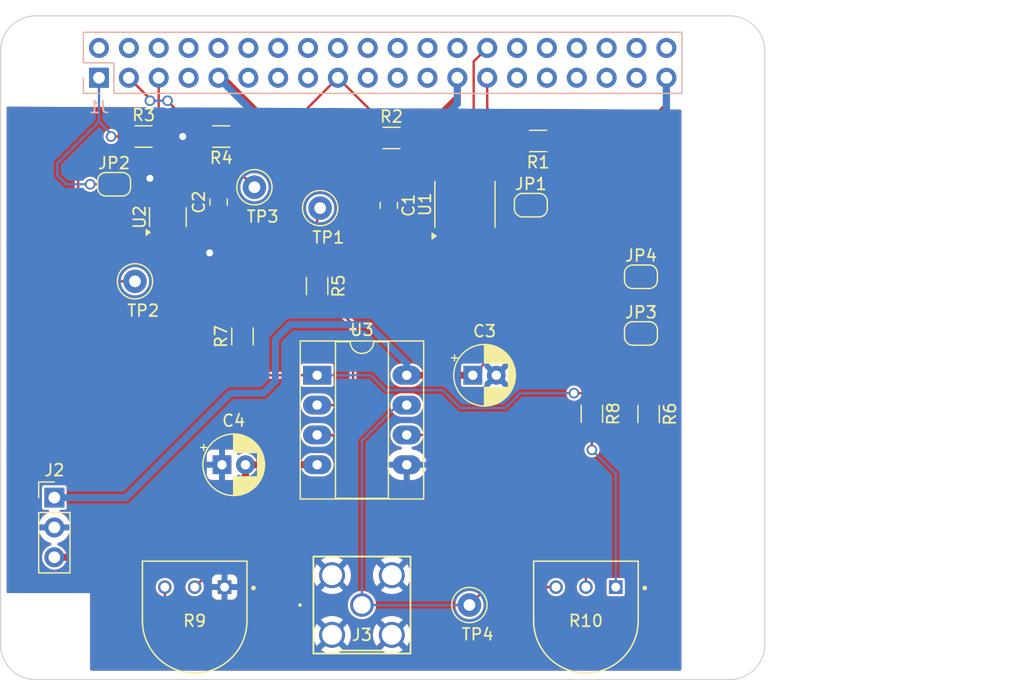
<source format=kicad_pcb>
(kicad_pcb (version 20240108) (generator "pcbnew") (generator_version "8.0")
  (title_block (date "15 nov 2012"))
  (layers (0 "F.Cu" signal) (31 "B.Cu" signal) (34 "B.Paste" user) (35 "F.Paste" user) (36 "B.SilkS" user "B.Silkscreen") (37 "F.SilkS" user "F.Silkscreen") (38 "B.Mask" user) (39 "F.Mask" user) (44 "Edge.Cuts" user))
  (net 0 "")
  (net 1 "GND")
  (net 2 "/GPIO2{slash}SDA1")
  (net 3 "/GPIO3{slash}SCL1")
  (net 4 "/GPIO4{slash}GPCLK0")
  (net 5 "/GPIO14{slash}TXD0")
  (net 6 "/GPIO15{slash}RXD0")
  (net 7 "/GPIO17")
  (net 8 "/GPIO18{slash}PCM.CLK")
  (net 9 "/GPIO27")
  (net 10 "/GPIO22")
  (net 11 "/GPIO23")
  (net 12 "/GPIO24")
  (net 13 "/GPIO10{slash}SPI0.MOSI")
  (net 14 "/GPIO9{slash}SPI0.MISO")
  (net 15 "/GPIO25")
  (net 16 "/GPIO11{slash}SPI0.SCLK")
  (net 17 "/GPIO8{slash}SPI0.CE0")
  (net 18 "/GPIO7{slash}SPI0.CE1")
  (net 19 "/ID_SDA")
  (net 20 "/ID_SCL")
  (net 21 "/GPIO5")
  (net 22 "/GPIO6")
  (net 23 "/GPIO12{slash}PWM0")
  (net 24 "/GPIO13{slash}PWM1")
  (net 25 "/GPIO19{slash}PCM.FS")
  (net 26 "/GPIO16")
  (net 27 "/GPIO26")
  (net 28 "/GPIO20{slash}PCM.DIN")
  (net 29 "/GPIO21{slash}PCM.DOUT")
  (net 30 "+5V")
  (net 31 "+3V3")
  (net 32 "+12V")
  (net 33 "-12V")
  (net 34 "Net-(J3-SIGNAL)")
  (net 35 "Net-(JP1-A)")
  (net 36 "Net-(JP2-B)")
  (net 37 "Net-(JP3-B)")
  (net 38 "/amplifier/Input")
  (net 39 "Net-(U3A--)")
  (net 40 "Net-(R6-Pad2)")
  (net 41 "Net-(R7-Pad1)")
  (net 42 "Net-(R10-Pad1)")
  (net 43 "Net-(U3A-+)")
  (net 44 "Net-(U3B--)")
  (footprint "Resistor_SMD:R_1206_3216Metric_Pad1.30x1.75mm_HandSolder" (layer "F.Cu") (at 155.118 77.394 -90)
    (property "Reference" "R6" (at 0 -1.82 90) (layer "F.SilkS"))
    (property "Value" "100")
    (pad "1" smd roundrect (at -1.55 0 270) (size 1.3 1.75) (layers "F.Cu" "F.Paste" "F.Mask") (roundrect_rratio 0.192308) (net 37 "Net-(JP3-B)"))
    (pad "2" smd roundrect (at 1.55 0 270) (size 1.3 1.75) (layers "F.Cu" "F.Paste" "F.Mask") (roundrect_rratio 0.192308) (net 40 "Net-(R6-Pad2)"))
  )
  (footprint "MountingHole:MountingHole_2.7mm_M2.5" (layer "F.Cu") (at 161.5 47.5)
    (property "Reference" "MH2" (hide yes))
    (property "Value" "MountingHole_2.7mm_M2.5" (hide yes))
    (pad "" np_thru_hole circle (at 0 0) (size 2.7 2.7) (drill 2.7) (layers "*.Cu" "*.Mask"))
  )
  (footprint "Resistor_SMD:R_1206_3216Metric_Pad1.30x1.75mm_HandSolder" (layer "F.Cu") (at 120.574 70.79 90)
    (property "Reference" "R7" (at 0 -1.82 -90) (layer "F.SilkS"))
    (property "Value" "100k")
    (pad "1" smd roundrect (at -1.55 0 90) (size 1.3 1.75) (layers "F.Cu" "F.Paste" "F.Mask") (roundrect_rratio 0.192308) (net 41 "Net-(R7-Pad1)"))
    (pad "2" smd roundrect (at 1.55 0 90) (size 1.3 1.75) (layers "F.Cu" "F.Paste" "F.Mask") (roundrect_rratio 0.192308) (net 39 "Net-(U3A--)"))
  )
  (footprint "Resistor_SMD:R_1206_3216Metric_Pad1.30x1.75mm_HandSolder" (layer "F.Cu") (at 133.248 53.896)
    (property "Reference" "R2" (at 0 -1.82 0) (layer "F.SilkS"))
    (property "Value" "3.9k")
    (pad "1" smd roundrect (at -1.55 0) (size 1.3 1.75) (layers "F.Cu" "F.Paste" "F.Mask") (roundrect_rratio 0.192308) (net 31 "+3V3"))
    (pad "2" smd roundrect (at 1.55 0) (size 1.3 1.75) (layers "F.Cu" "F.Paste" "F.Mask") (roundrect_rratio 0.192308) (net 20 "/ID_SCL"))
  )
  (footprint "Jumper:SolderJumper-2_P1.3mm_Open_RoundedPad1.0x1.5mm" (layer "F.Cu") (at 109.652 57.836)
    (property "Reference" "JP2" (at 0 -1.8 0) (layer "F.SilkS"))
    (property "Value" "ID_WP")
    (pad "1" smd custom (at -0.65 0) (size 1 0.5) (layers "F.Cu" "F.Mask") (net 31 "+3V3") (options (clearance outline) (anchor rect)) (primitives (gr_circle (center 0 0.25) (end 0.5 0.25) (width 0) (fill yes)) (gr_circle (center 0 -0.25) (end 0.5 -0.25) (width 0) (fill yes)) (gr_poly (pts (xy 0.5 0.75) (xy 0 0.75) (xy 0 -0.75) (xy 0.5 -0.75)) (width 0) (fill yes))))
    (pad "2" smd custom (at 0.65 0) (size 1 0.5) (layers "F.Cu" "F.Mask") (net 36 "Net-(JP2-B)") (options (clearance outline) (anchor rect)) (primitives (gr_circle (center 0 0.25) (end 0.5 0.25) (width 0) (fill yes)) (gr_circle (center 0 -0.25) (end 0.5 -0.25) (width 0) (fill yes)) (gr_poly (pts (xy 0 0.75) (xy -0.5 0.75) (xy -0.5 -0.75) (xy 0 -0.75)) (width 0) (fill yes))))
  )
  (footprint "Package_SO:SOIC-8_3.9x4.9mm_P1.27mm" (layer "F.Cu") (at 139.497 59.549 90)
    (property "Reference" "U1" (at 0 -3.4 -90) (layer "F.SilkS"))
    (property "Value" "CAT24C256")
    (pad "1" smd roundrect (at -2.475 -1.905 90) (size 1.95 0.6) (layers "F.Cu" "F.Paste" "F.Mask"))
    (pad "2" smd roundrect (at -2.475 -0.635 90) (size 1.95 0.6) (layers "F.Cu" "F.Paste" "F.Mask"))
    (pad "3" smd roundrect (at -2.475 0.635 90) (size 1.95 0.6) (layers "F.Cu" "F.Paste" "F.Mask"))
    (pad "4" smd roundrect (at -2.475 1.905 90) (size 1.95 0.6) (layers "F.Cu" "F.Paste" "F.Mask") (net 1 "GND"))
    (pad "5" smd roundrect (at 2.475 1.905 90) (size 1.95 0.6) (layers "F.Cu" "F.Paste" "F.Mask") (net 19 "/ID_SDA"))
    (pad "6" smd roundrect (at 2.475 0.635 90) (size 1.95 0.6) (layers "F.Cu" "F.Paste" "F.Mask") (net 20 "/ID_SCL"))
    (pad "7" smd roundrect (at 2.475 -0.635 90) (size 1.95 0.6) (layers "F.Cu" "F.Paste" "F.Mask") (net 35 "Net-(JP1-A)"))
    (pad "8" smd roundrect (at 2.475 -1.905 90) (size 1.95 0.6) (layers "F.Cu" "F.Paste" "F.Mask") (net 31 "+3V3"))
  )
  (footprint "TestPoint:TestPoint_Loop_D2.50mm_Drill1.0mm" (layer "F.Cu") (at 121.59 58.09)
    (property "Reference" "TP3" (at 0.7 2.5 0) (layer "F.SilkS"))
    (property "Value" "SDA")
    (pad "1" thru_hole circle (at 0 0) (size 2 2) (drill 1) (layers "*.Cu" "*.Mask") (net 2 "/GPIO2{slash}SDA1"))
  )
  (footprint "Jumper:SolderJumper-2_P1.3mm_Open_RoundedPad1.0x1.5mm" (layer "F.Cu") (at 154.468 65.71)
    (property "Reference" "JP4" (at 0 -1.8 0) (layer "F.SilkS"))
    (property "Value" "ID_WP")
    (pad "1" smd custom (at -0.65 0) (size 1 0.5) (layers "F.Cu" "F.Mask") (net 31 "+3V3") (options (clearance outline) (anchor rect)) (primitives (gr_circle (center 0 0.25) (end 0.5 0.25) (width 0) (fill yes)) (gr_circle (center 0 -0.25) (end 0.5 -0.25) (width 0) (fill yes)) (gr_poly (pts (xy 0.5 0.75) (xy 0 0.75) (xy 0 -0.75) (xy 0.5 -0.75)) (width 0) (fill yes))))
    (pad "2" smd custom (at 0.65 0) (size 1 0.5) (layers "F.Cu" "F.Mask") (net 37 "Net-(JP3-B)") (options (clearance outline) (anchor rect)) (primitives (gr_circle (center 0 0.25) (end 0.5 0.25) (width 0) (fill yes)) (gr_circle (center 0 -0.25) (end 0.5 -0.25) (width 0) (fill yes)) (gr_poly (pts (xy 0 0.75) (xy -0.5 0.75) (xy -0.5 -0.75) (xy 0 -0.75)) (width 0) (fill yes))))
  )
  (footprint "Capacitor_SMD:C_0805_2012Metric_Pad1.18x1.45mm_HandSolder" (layer "F.Cu") (at 118.542 59.36 90)
    (property "Reference" "C2" (at 0 -1.68 -90) (layer "F.SilkS"))
    (property "Value" "100n")
    (pad "1" smd roundrect (at -1.0375 0 90) (size 1.175 1.45) (layers "F.Cu" "F.Paste" "F.Mask") (roundrect_rratio 0.212766) (net 31 "+3V3"))
    (pad "2" smd roundrect (at 1.0375 0 90) (size 1.175 1.45) (layers "F.Cu" "F.Paste" "F.Mask") (roundrect_rratio 0.212766) (net 1 "GND"))
  )
  (footprint "Resistor_SMD:R_1206_3216Metric_Pad1.30x1.75mm_HandSolder" (layer "F.Cu") (at 112.166 53.772)
    (property "Reference" "R3" (at 0 -1.82 0) (layer "F.SilkS"))
    (property "Value" "3.9k")
    (pad "1" smd roundrect (at -1.55 0) (size 1.3 1.75) (layers "F.Cu" "F.Paste" "F.Mask") (roundrect_rratio 0.192308) (net 31 "+3V3"))
    (pad "2" smd roundrect (at 1.55 0) (size 1.3 1.75) (layers "F.Cu" "F.Paste" "F.Mask") (roundrect_rratio 0.192308) (net 3 "/GPIO3{slash}SCL1"))
  )
  (footprint "gos:TRIM_3352T-1-102LF" (layer "F.Cu") (at 149.784 94.996 180)
    (property "Reference" "R10" (at 0 0 180) (layer "F.SilkS"))
    (property "Value" "47k")
    (pad "1" thru_hole rect (at -2.54 2.87 180) (size 1.16 1.16) (drill 0.76) (layers "*.Cu" "*.Mask") (net 42 "Net-(R10-Pad1)"))
    (pad "2" thru_hole circle (at 0 2.87 180) (size 1.16 1.16) (drill 0.76) (layers "*.Cu" "*.Mask") (net 44 "Net-(U3B--)"))
    (pad "3" thru_hole circle (at 2.54 2.87 180) (size 1.16 1.16) (drill 0.76) (layers "*.Cu" "*.Mask") (net 34 "Net-(J3-SIGNAL)"))
  )
  (footprint "Resistor_SMD:R_1206_3216Metric_Pad1.30x1.75mm_HandSolder" (layer "F.Cu") (at 150.292 77.368 -90)
    (property "Reference" "R8" (at 0 -1.82 90) (layer "F.SilkS"))
    (property "Value" "12k")
    (pad "1" smd roundrect (at -1.55 0 270) (size 1.3 1.75) (layers "F.Cu" "F.Paste" "F.Mask") (roundrect_rratio 0.192308) (net 41 "Net-(R7-Pad1)"))
    (pad "2" smd roundrect (at 1.55 0 270) (size 1.3 1.75) (layers "F.Cu" "F.Paste" "F.Mask") (roundrect_rratio 0.192308) (net 42 "Net-(R10-Pad1)"))
  )
  (footprint "Capacitor_THT:CP_Radial_D5.0mm_P2.00mm" (layer "F.Cu") (at 140.164 74.092)
    (property "Reference" "C3" (at 1 -3.75 0) (layer "F.SilkS"))
    (property "Value" "0.1uF")
    (pad "1" thru_hole rect (at 0 0) (size 1.6 1.6) (drill 0.8) (layers "*.Cu" "*.Mask") (net 32 "+12V"))
    (pad "2" thru_hole circle (at 2 0) (size 1.6 1.6) (drill 0.8) (layers "*.Cu" "*.Mask") (net 1 "GND"))
  )
  (footprint "TestPoint:TestPoint_Loop_D2.50mm_Drill1.0mm" (layer "F.Cu") (at 139.878 93.65)
    (property "Reference" "TP4" (at 0.7 2.5 0) (layer "F.SilkS"))
    (property "Value" "SDA")
    (pad "1" thru_hole circle (at 0 0) (size 2 2) (drill 1) (layers "*.Cu" "*.Mask") (net 34 "Net-(J3-SIGNAL)"))
  )
  (footprint "MountingHole:MountingHole_2.7mm_M2.5" (layer "F.Cu") (at 103.5 96.5)
    (property "Reference" "MH3" (hide yes))
    (property "Value" "MountingHole_2.7mm_M2.5" (hide yes))
    (pad "" np_thru_hole circle (at 0 0) (size 2.7 2.7) (drill 2.7) (layers "*.Cu" "*.Mask"))
  )
  (footprint "MountingHole:MountingHole_2.7mm_M2.5" (layer "F.Cu") (at 103.5 47.5)
    (property "Reference" "MH1" (hide yes))
    (property "Value" "MountingHole_2.7mm_M2.5" (hide yes))
    (pad "" np_thru_hole circle (at 0 0) (size 2.7 2.7) (drill 2.7) (layers "*.Cu" "*.Mask"))
  )
  (footprint "Capacitor_THT:CP_Radial_D5.0mm_P2.00mm" (layer "F.Cu") (at 118.828 81.712)
    (property "Reference" "C4" (at 1 -3.75 0) (layer "F.SilkS"))
    (property "Value" "0.1uF")
    (pad "1" thru_hole rect (at 0 0) (size 1.6 1.6) (drill 0.8) (layers "*.Cu" "*.Mask") (net 1 "GND"))
    (pad "2" thru_hole circle (at 2 0) (size 1.6 1.6) (drill 0.8) (layers "*.Cu" "*.Mask") (net 33 "-12V"))
  )
  (footprint "Package_DIP:CERDIP-8_W7.62mm_SideBrazed_LongPads_Socket" (layer "F.Cu") (at 126.924 74.092)
    (property "Reference" "U3" (at 3.81 -3.855 0) (layer "F.SilkS"))
    (property "Value" "LM358")
    (pad "1" thru_hole rect (at 0 0) (size 2.4 1.6) (drill 0.8) (layers "*.Cu" "*.Mask") (net 41 "Net-(R7-Pad1)"))
    (pad "2" thru_hole oval (at 0 2.54) (size 2.4 1.6) (drill 0.8) (layers "*.Cu" "*.Mask") (net 39 "Net-(U3A--)"))
    (pad "3" thru_hole oval (at 0 5.08) (size 2.4 1.6) (drill 0.8) (layers "*.Cu" "*.Mask") (net 43 "Net-(U3A-+)"))
    (pad "4" thru_hole oval (at 0 7.62) (size 2.4 1.6) (drill 0.8) (layers "*.Cu" "*.Mask") (net 33 "-12V"))
    (pad "5" thru_hole oval (at 7.62 7.62) (size 2.4 1.6) (drill 0.8) (layers "*.Cu" "*.Mask") (net 1 "GND"))
    (pad "6" thru_hole oval (at 7.62 5.08) (size 2.4 1.6) (drill 0.8) (layers "*.Cu" "*.Mask") (net 44 "Net-(U3B--)"))
    (pad "7" thru_hole oval (at 7.62 2.54) (size 2.4 1.6) (drill 0.8) (layers "*.Cu" "*.Mask") (net 34 "Net-(J3-SIGNAL)"))
    (pad "8" thru_hole oval (at 7.62 0) (size 2.4 1.6) (drill 0.8) (layers "*.Cu" "*.Mask") (net 32 "+12V"))
  )
  (footprint "Resistor_SMD:R_1206_3216Metric_Pad1.30x1.75mm_HandSolder" (layer "F.Cu") (at 126.924 66.498 -90)
    (property "Reference" "R5" (at 0 -1.82 90) (layer "F.SilkS"))
    (property "Value" "100k")
    (pad "1" smd roundrect (at -1.55 0 270) (size 1.3 1.75) (layers "F.Cu" "F.Paste" "F.Mask") (roundrect_rratio 0.192308) (net 38 "/amplifier/Input"))
    (pad "2" smd roundrect (at 1.55 0 270) (size 1.3 1.75) (layers "F.Cu" "F.Paste" "F.Mask") (roundrect_rratio 0.192308) (net 39 "Net-(U3A--)"))
  )
  (footprint "Package_TO_SOT_SMD:SOT-23-6" (layer "F.Cu") (at 114.224 60.63 90)
    (property "Reference" "U2" (at 0 -2.4 -90) (layer "F.SilkS"))
    (property "Value" "MCP4725xxx-xCH")
    (pad "1" smd roundrect (at -1.1375 -0.95 90) (size 1.325 0.6) (layers "F.Cu" "F.Paste" "F.Mask") (net 38 "/amplifier/Input"))
    (pad "2" smd roundrect (at -1.1375 0 90) (size 1.325 0.6) (layers "F.Cu" "F.Paste" "F.Mask") (net 1 "GND"))
    (pad "3" smd roundrect (at -1.1375 0.95 90) (size 1.325 0.6) (layers "F.Cu" "F.Paste" "F.Mask") (net 31 "+3V3"))
    (pad "4" smd roundrect (at 1.1375 0.95 90) (size 1.325 0.6) (layers "F.Cu" "F.Paste" "F.Mask") (net 2 "/GPIO2{slash}SDA1"))
    (pad "5" smd roundrect (at 1.1375 0 90) (size 1.325 0.6) (layers "F.Cu" "F.Paste" "F.Mask") (net 3 "/GPIO3{slash}SCL1"))
    (pad "6" smd roundrect (at 1.1375 -0.95 90) (size 1.325 0.6) (layers "F.Cu" "F.Paste" "F.Mask") (net 36 "Net-(JP2-B)"))
  )
  (footprint "gos:TRIM_3352T-1-102LF" (layer "F.Cu") (at 116.51 94.996 180)
    (property "Reference" "R9" (at 0 0 180) (layer "F.SilkS"))
    (property "Value" "1k")
    (pad "1" thru_hole rect (at -2.54 2.87 180) (size 1.16 1.16) (drill 0.76) (layers "*.Cu" "*.Mask") (net 1 "GND"))
    (pad "2" thru_hole circle (at 0 2.87 180) (size 1.16 1.16) (drill 0.76) (layers "*.Cu" "*.Mask") (net 43 "Net-(U3A-+)"))
    (pad "3" thru_hole circle (at 2.54 2.87 180) (size 1.16 1.16) (drill 0.76) (layers "*.Cu" "*.Mask") (net 40 "Net-(R6-Pad2)"))
  )
  (footprint "TestPoint:TestPoint_Loop_D2.50mm_Drill1.0mm" (layer "F.Cu") (at 111.43 66.0965)
    (property "Reference" "TP2" (at 0.7 2.5 0) (layer "F.SilkS"))
    (property "Value" "SCL")
    (pad "1" thru_hole circle (at 0 0) (size 2 2) (drill 1) (layers "*.Cu" "*.Mask") (net 3 "/GPIO3{slash}SCL1"))
  )
  (footprint "Jumper:SolderJumper-2_P1.3mm_Open_RoundedPad1.0x1.5mm" (layer "F.Cu") (at 154.468 70.536)
    (property "Reference" "JP3" (at 0 -1.8 0) (layer "F.SilkS"))
    (property "Value" "ID_WP")
    (pad "1" smd custom (at -0.65 0) (size 1 0.5) (layers "F.Cu" "F.Mask") (net 32 "+12V") (options (clearance outline) (anchor rect)) (primitives (gr_circle (center 0 0.25) (end 0.5 0.25) (width 0) (fill yes)) (gr_circle (center 0 -0.25) (end 0.5 -0.25) (width 0) (fill yes)) (gr_poly (pts (xy 0.5 0.75) (xy 0 0.75) (xy 0 -0.75) (xy 0.5 -0.75)) (width 0) (fill yes))))
    (pad "2" smd custom (at 0.65 0) (size 1 0.5) (layers "F.Cu" "F.Mask") (net 37 "Net-(JP3-B)") (options (clearance outline) (anchor rect)) (primitives (gr_circle (center 0 0.25) (end 0.5 0.25) (width 0) (fill yes)) (gr_circle (center 0 -0.25) (end 0.5 -0.25) (width 0) (fill yes)) (gr_poly (pts (xy 0 0.75) (xy -0.5 0.75) (xy -0.5 -0.75) (xy 0 -0.75)) (width 0) (fill yes))))
  )
  (footprint "MountingHole:MountingHole_2.7mm_M2.5" (layer "F.Cu") (at 161.5 96.5)
    (property "Reference" "MH4" (hide yes))
    (property "Value" "MountingHole_2.7mm_M2.5" (hide yes))
    (pad "" np_thru_hole circle (at 0 0) (size 2.7 2.7) (drill 2.7) (layers "*.Cu" "*.Mask"))
  )
  (footprint "gos:COAX4GND_132203RP_AMP" (layer "F.Cu") (at 130.734 93.65 180)
    (property "Reference" "J3" (at 0 -2.54 0) (layer "F.SilkS"))
    (property "Value" "132203RP")
    (pad "1" thru_hole circle (at 0 0 180) (size 2.0066 2.0066) (drill 1.4986) (layers "*.Cu" "*.Mask") (net 34 "Net-(J3-SIGNAL)"))
    (pad "2" thru_hole circle (at -2.54 -2.54 180) (size 2.2098 2.2098) (drill 1.7018) (layers "*.Cu" "*.Mask") (net 1 "GND"))
    (pad "3" thru_hole circle (at -2.54 2.54 180) (size 2.2098 2.2098) (drill 1.7018) (layers "*.Cu" "*.Mask") (net 1 "GND"))
    (pad "4" thru_hole circle (at 2.54 2.54 180) (size 2.2098 2.2098) (drill 1.7018) (layers "*.Cu" "*.Mask") (net 1 "GND"))
    (pad "5" thru_hole circle (at 2.54 -2.54 180) (size 2.2098 2.2098) (drill 1.7018) (layers "*.Cu" "*.Mask") (net 1 "GND"))
  )
  (footprint "Connector_PinHeader_2.54mm:PinHeader_1x03_P2.54mm_Vertical" (layer "F.Cu") (at 104.572 84.506)
    (property "Reference" "J2" (at 0 -2.33 0) (layer "F.SilkS"))
    (property "Value" "Power")
    (pad "1" thru_hole rect (at 0 0) (size 1.7 1.7) (drill 1) (layers "*.Cu" "*.Mask") (net 32 "+12V"))
    (pad "2" thru_hole oval (at 0 2.54) (size 1.7 1.7) (drill 1) (layers "*.Cu" "*.Mask") (net 1 "GND"))
    (pad "3" thru_hole oval (at 0 5.08) (size 1.7 1.7) (drill 1) (layers "*.Cu" "*.Mask") (net 33 "-12V"))
  )
  (footprint "Resistor_SMD:R_1206_3216Metric_Pad1.30x1.75mm_HandSolder" (layer "F.Cu") (at 118.77 53.772 180)
    (property "Reference" "R4" (at 0 -1.82 180) (layer "F.SilkS"))
    (property "Value" "3.9k")
    (pad "1" smd roundrect (at -1.55 0 180) (size 1.3 1.75) (layers "F.Cu" "F.Paste" "F.Mask") (roundrect_rratio 0.192308) (net 31 "+3V3"))
    (pad "2" smd roundrect (at 1.55 0 180) (size 1.3 1.75) (layers "F.Cu" "F.Paste" "F.Mask") (roundrect_rratio 0.192308) (net 2 "/GPIO2{slash}SDA1"))
  )
  (footprint "Jumper:SolderJumper-2_P1.3mm_Open_RoundedPad1.0x1.5mm" (layer "F.Cu") (at 145.1 59.614)
    (property "Reference" "JP1" (at 0 -1.8 0) (layer "F.SilkS"))
    (property "Value" "ID_WP")
    (pad "1" smd custom (at -0.65 0) (size 1 0.5) (layers "F.Cu" "F.Mask") (net 35 "Net-(JP1-A)") (options (clearance outline) (anchor rect)) (primitives (gr_circle (center 0 0.25) (end 0.5 0.25) (width 0) (fill yes)) (gr_circle (center 0 -0.25) (end 0.5 -0.25) (width 0) (fill yes)) (gr_poly (pts (xy 0.5 0.75) (xy 0 0.75) (xy 0 -0.75) (xy 0.5 -0.75)) (width 0) (fill yes))))
    (pad "2" smd custom (at 0.65 0) (size 1 0.5) (layers "F.Cu" "F.Mask") (net 31 "+3V3") (options (clearance outline) (anchor rect)) (primitives (gr_circle (center 0 0.25) (end 0.5 0.25) (width 0) (fill yes)) (gr_circle (center 0 -0.25) (end 0.5 -0.25) (width 0) (fill yes)) (gr_poly (pts (xy 0 0.75) (xy -0.5 0.75) (xy -0.5 -0.75) (xy 0 -0.75)) (width 0) (fill yes))))
  )
  (footprint "Resistor_SMD:R_1206_3216Metric_Pad1.30x1.75mm_HandSolder" (layer "F.Cu") (at 145.72 54.15 180)
    (property "Reference" "R1" (at 0 -1.82 180) (layer "F.SilkS"))
    (property "Value" "3.9k")
    (pad "1" smd roundrect (at -1.55 0 180) (size 1.3 1.75) (layers "F.Cu" "F.Paste" "F.Mask") (roundrect_rratio 0.192308) (net 31 "+3V3"))
    (pad "2" smd roundrect (at 1.55 0 180) (size 1.3 1.75) (layers "F.Cu" "F.Paste" "F.Mask") (roundrect_rratio 0.192308) (net 19 "/ID_SDA"))
  )
  (footprint "TestPoint:TestPoint_Loop_D2.50mm_Drill1.0mm" (layer "F.Cu") (at 127.178 59.868)
    (property "Reference" "TP1" (at 0.7 2.5 0) (layer "F.SilkS"))
    (property "Value" "Analog")
    (pad "1" thru_hole circle (at 0 0) (size 2 2) (drill 1) (layers "*.Cu" "*.Mask") (net 38 "/amplifier/Input"))
  )
  (footprint "Capacitor_SMD:C_0805_2012Metric_Pad1.18x1.45mm_HandSolder" (layer "F.Cu") (at 133.02 59.6355 -90)
    (property "Reference" "C1" (at 0 -1.68 90) (layer "F.SilkS"))
    (property "Value" "100n")
    (pad "1" smd roundrect (at -1.0375 0 270) (size 1.175 1.45) (layers "F.Cu" "F.Paste" "F.Mask") (roundrect_rratio 0.212766) (net 31 "+3V3"))
    (pad "2" smd roundrect (at 1.0375 0 270) (size 1.175 1.45) (layers "F.Cu" "F.Paste" "F.Mask") (roundrect_rratio 0.212766) (net 1 "GND"))
  )
  (footprint "Connector_PinSocket_2.54mm:PinSocket_2x20_P2.54mm_Vertical" (layer "B.Cu") (at 108.37 48.77 -90)
    (property "Reference" "J1" (at 2.5 0 0) (layer "B.SilkS") (effects (justify mirror)))
    (property "Value" "GPIO")
    (pad "1" thru_hole rect (at 0 0 270) (size 1.7 1.7) (drill 1) (layers "*.Cu" "*.Mask") (net 31 "+3V3"))
    (pad "2" thru_hole oval (at -2.54 0 270) (size 1.7 1.7) (drill 1) (layers "*.Cu" "*.Mask") (net 30 "+5V"))
    (pad "3" thru_hole oval (at 0 -2.54 270) (size 1.7 1.7) (drill 1) (layers "*.Cu" "*.Mask") (net 2 "/GPIO2{slash}SDA1"))
    (pad "4" thru_hole oval (at -2.54 -2.54 270) (size 1.7 1.7) (drill 1) (layers "*.Cu" "*.Mask") (net 30 "+5V"))
    (pad "5" thru_hole oval (at 0 -5.08 270) (size 1.7 1.7) (drill 1) (layers "*.Cu" "*.Mask") (net 3 "/GPIO3{slash}SCL1"))
    (pad "6" thru_hole oval (at -2.54 -5.08 270) (size 1.7 1.7) (drill 1) (layers "*.Cu" "*.Mask") (net 1 "GND"))
    (pad "7" thru_hole oval (at 0 -7.62 270) (size 1.7 1.7) (drill 1) (layers "*.Cu" "*.Mask") (net 4 "/GPIO4{slash}GPCLK0"))
    (pad "8" thru_hole oval (at -2.54 -7.62 270) (size 1.7 1.7) (drill 1) (layers "*.Cu" "*.Mask") (net 5 "/GPIO14{slash}TXD0"))
    (pad "9" thru_hole oval (at 0 -10.16 270) (size 1.7 1.7) (drill 1) (layers "*.Cu" "*.Mask") (net 1 "GND"))
    (pad "10" thru_hole oval (at -2.54 -10.16 270) (size 1.7 1.7) (drill 1) (layers "*.Cu" "*.Mask") (net 6 "/GPIO15{slash}RXD0"))
    (pad "11" thru_hole oval (at 0 -12.7 270) (size 1.7 1.7) (drill 1) (layers "*.Cu" "*.Mask") (net 7 "/GPIO17"))
    (pad "12" thru_hole oval (at -2.54 -12.7 270) (size 1.7 1.7) (drill 1) (layers "*.Cu" "*.Mask") (net 8 "/GPIO18{slash}PCM.CLK"))
    (pad "13" thru_hole oval (at 0 -15.24 270) (size 1.7 1.7) (drill 1) (layers "*.Cu" "*.Mask") (net 9 "/GPIO27"))
    (pad "14" thru_hole oval (at -2.54 -15.24 270) (size 1.7 1.7) (drill 1) (layers "*.Cu" "*.Mask") (net 1 "GND"))
    (pad "15" thru_hole oval (at 0 -17.78 270) (size 1.7 1.7) (drill 1) (layers "*.Cu" "*.Mask") (net 10 "/GPIO22"))
    (pad "16" thru_hole oval (at -2.54 -17.78 270) (size 1.7 1.7) (drill 1) (layers "*.Cu" "*.Mask") (net 11 "/GPIO23"))
    (pad "17" thru_hole oval (at 0 -20.32 270) (size 1.7 1.7) (drill 1) (layers "*.Cu" "*.Mask") (net 31 "+3V3"))
    (pad "18" thru_hole oval (at -2.54 -20.32 270) (size 1.7 1.7) (drill 1) (layers "*.Cu" "*.Mask") (net 12 "/GPIO24"))
    (pad "19" thru_hole oval (at 0 -22.86 270) (size 1.7 1.7) (drill 1) (layers "*.Cu" "*.Mask") (net 13 "/GPIO10{slash}SPI0.MOSI"))
    (pad "20" thru_hole oval (at -2.54 -22.86 270) (size 1.7 1.7) (drill 1) (layers "*.Cu" "*.Mask") (net 1 "GND"))
    (pad "21" thru_hole oval (at 0 -25.4 270) (size 1.7 1.7) (drill 1) (layers "*.Cu" "*.Mask") (net 14 "/GPIO9{slash}SPI0.MISO"))
    (pad "22" thru_hole oval (at -2.54 -25.4 270) (size 1.7 1.7) (drill 1) (layers "*.Cu" "*.Mask") (net 15 "/GPIO25"))
    (pad "23" thru_hole oval (at 0 -27.94 270) (size 1.7 1.7) (drill 1) (layers "*.Cu" "*.Mask") (net 16 "/GPIO11{slash}SPI0.SCLK"))
    (pad "24" thru_hole oval (at -2.54 -27.94 270) (size 1.7 1.7) (drill 1) (layers "*.Cu" "*.Mask") (net 17 "/GPIO8{slash}SPI0.CE0"))
    (pad "25" thru_hole oval (at 0 -30.48 270) (size 1.7 1.7) (drill 1) (layers "*.Cu" "*.Mask") (net 1 "GND"))
    (pad "26" thru_hole oval (at -2.54 -30.48 270) (size 1.7 1.7) (drill 1) (layers "*.Cu" "*.Mask") (net 18 "/GPIO7{slash}SPI0.CE1"))
    (pad "27" thru_hole oval (at 0 -33.02 270) (size 1.7 1.7) (drill 1) (layers "*.Cu" "*.Mask") (net 19 "/ID_SDA"))
    (pad "28" thru_hole oval (at -2.54 -33.02 270) (size 1.7 1.7) (drill 1) (layers "*.Cu" "*.Mask") (net 20 "/ID_SCL"))
    (pad "29" thru_hole oval (at 0 -35.56 270) (size 1.7 1.7) (drill 1) (layers "*.Cu" "*.Mask") (net 21 "/GPIO5"))
    (pad "30" thru_hole oval (at -2.54 -35.56 270) (size 1.7 1.7) (drill 1) (layers "*.Cu" "*.Mask") (net 1 "GND"))
    (pad "31" thru_hole oval (at 0 -38.1 270) (size 1.7 1.7) (drill 1) (layers "*.Cu" "*.Mask") (net 22 "/GPIO6"))
    (pad "32" thru_hole oval (at -2.54 -38.1 270) (size 1.7 1.7) (drill 1) (layers "*.Cu" "*.Mask") (net 23 "/GPIO12{slash}PWM0"))
    (pad "33" thru_hole oval (at 0 -40.64 270) (size 1.7 1.7) (drill 1) (layers "*.Cu" "*.Mask") (net 24 "/GPIO13{slash}PWM1"))
    (pad "34" thru_hole oval (at -2.54 -40.64 270) (size 1.7 1.7) (drill 1) (layers "*.Cu" "*.Mask") (net 1 "GND"))
    (pad "35" thru_hole oval (at 0 -43.18 270) (size 1.7 1.7) (drill 1) (layers "*.Cu" "*.Mask") (net 25 "/GPIO19{slash}PCM.FS"))
    (pad "36" thru_hole oval (at -2.54 -43.18 270) (size 1.7 1.7) (drill 1) (layers "*.Cu" "*.Mask") (net 26 "/GPIO16"))
    (pad "37" thru_hole oval (at 0 -45.72 270) (size 1.7 1.7) (drill 1) (layers "*.Cu" "*.Mask") (net 27 "/GPIO26"))
    (pad "38" thru_hole oval (at -2.54 -45.72 270) (size 1.7 1.7) (drill 1) (layers "*.Cu" "*.Mask") (net 28 "/GPIO20{slash}PCM.DIN"))
    (pad "39" thru_hole oval (at 0 -48.26 270) (size 1.7 1.7) (drill 1) (layers "*.Cu" "*.Mask") (net 1 "GND"))
    (pad "40" thru_hole oval (at -2.54 -48.26 270) (size 1.7 1.7) (drill 1) (layers "*.Cu" "*.Mask") (net 29 "/GPIO21{slash}PCM.DOUT"))
  )
  (gr_line (start 162 43.5) (end 103 43.5) (stroke (width 0.1)) (layer "Edge.Cuts"))
  (gr_line (start 165 47) (end 165 46.5) (stroke (width 0.1)) (layer "Edge.Cuts"))
  (gr_line (start 165 97) (end 165 47) (stroke (width 0.1)) (layer "Edge.Cuts"))
  (gr_line (start 100 47) (end 100 63) (stroke (width 0.1)) (layer "Edge.Cuts"))
  (gr_arc (start 100 46.5) (mid 100.87868 44.37868) (end 103 43.5) (stroke (width 0.1)) (layer "Edge.Cuts"))
  (gr_line (start 100 63) (end 100 81) (stroke (width 0.1)) (layer "Edge.Cuts"))
  (gr_line (start 100 47) (end 100 46.5) (stroke (width 0.1)) (layer "Edge.Cuts"))
  (gr_arc (start 162 43.5) (mid 164.12132 44.37868) (end 165 46.5) (stroke (width 0.1)) (layer "Edge.Cuts"))
  (gr_arc (start 103 100) (mid 100.87868 99.12132) (end 100 97) (stroke (width 0.1)) (layer "Edge.Cuts"))
  (gr_line (start 103 100) (end 162 100) (stroke (width 0.1)) (layer "Edge.Cuts"))
  (gr_arc (start 165 97) (mid 164.12132 99.12132) (end 162 100) (stroke (width 0.1)) (layer "Edge.Cuts"))
  (gr_line (start 100 81) (end 100 97) (stroke (width 0.1)) (layer "Edge.Cuts"))
  (segment (start 118.874 48.77) (end 122.46 52.356) (width 0.6) (layer "F.Cu") (net 1))
  (segment (start 138.85 50.482) (end 137.084 52.248) (width 0.6) (layer "F.Cu") (net 1))
  (segment (start 138.85 48.77) (end 138.85 50.482) (width 0.6) (layer "F.Cu") (net 1))
  (segment (start 114.224 61.7675) (end 114.224 62.120552) (width 0.2) (layer "F.Cu") (net 1))
  (segment (start 156.63 48.77) (end 156.63 51.244) (width 0.6) (layer "F.Cu") (net 1))
  (segment (start 114.224 62.120552) (end 115.781448 63.678) (width 0.2) (layer "F.Cu") (net 1))
  (segment (start 118.53 48.77) (end 118.874 48.77) (width 0.2) (layer "F.Cu") (net 1))
  (segment (start 156.63 51.244) (end 155.372 52.502) (width 0.6) (layer "F.Cu") (net 1))
  (segment (start 115.781448 63.678) (end 117.78 63.678) (width 0.2) (layer "F.Cu") (net 1))
  (via (at 115.494 53.772) (size 0.9) (drill 0.6) (layers "F.Cu" "B.Cu") (net 1))
  (via (at 112.7 57.328) (size 0.9) (drill 0.6) (layers "F.Cu" "B.Cu") (net 1))
  (via (at 117.78 63.678) (size 0.9) (drill 0.6) (layers "F.Cu" "B.Cu") (net 1))
  (segment (start 122.606 52.502) (end 122.262 52.502) (width 0.2) (layer "B.Cu") (net 1))
  (segment (start 156.63 51.498) (end 155.626 52.502) (width 0.6) (layer "B.Cu") (net 1))
  (segment (start 156.63 48.77) (end 156.63 51.498) (width 0.6) (layer "B.Cu") (net 1))
  (segment (start 138.85 48.77) (end 138.85 50.99) (width 0.6) (layer "B.Cu") (net 1))
  (segment (start 138.85 50.99) (end 137.592 52.248) (width 0.6) (layer "B.Cu") (net 1))
  (segment (start 122.262 52.502) (end 118.53 48.77) (width 0.6) (layer "B.Cu") (net 1))
  (segment (start 110.91 48.77) (end 112.7 50.56) (width 0.2) (layer "F.Cu") (net 2))
  (segment (start 121.59 58.09) (end 117.272 53.772) (width 0.2) (layer "F.Cu") (net 2))
  (segment (start 114.2 50.752) (end 117.22 53.772) (width 0.2) (layer "F.Cu") (net 2))
  (segment (start 115.174 55.818) (end 117.22 53.772) (width 0.2) (layer "F.Cu") (net 2))
  (segment (start 112.7 50.56) (end 112.7 50.724) (width 0.2) (layer "F.Cu") (net 2))
  (segment (start 114.2 50.724) (end 114.2 50.752) (width 0.2) (layer "F.Cu") (net 2))
  (segment (start 117.272 53.772) (end 117.22 53.772) (width 0.2) (layer "F.Cu") (net 2))
  (segment (start 115.174 59.4925) (end 115.174 55.818) (width 0.2) (layer "F.Cu") (net 2))
  (via (at 112.7 50.724) (size 0.9) (drill 0.6) (layers "F.Cu" "B.Cu") (net 2))
  (via (at 114.2 50.724) (size 0.9) (drill 0.6) (layers "F.Cu" "B.Cu") (net 2))
  (segment (start 112.7 50.724) (end 114.2 50.724) (width 0.2) (layer "B.Cu") (net 2))
  (segment (start 106.604 56.82) (end 107.62 55.804) (width 0.2) (layer "F.Cu") (net 3))
  (segment (start 113.45 48.77) (end 113.45 53.506) (width 0.2) (layer "F.Cu") (net 3))
  (segment (start 109.5305 66.0965) (end 106.604 63.17) (width 0.2) (layer "F.Cu") (net 3))
  (segment (start 113.716 54.534) (end 113.716 53.772) (width 0.2) (layer "F.Cu") (net 3))
  (segment (start 113.45 53.506) (end 113.716 53.772) (width 0.2) (layer "F.Cu") (net 3))
  (segment (start 107.62 55.804) (end 112.446 55.804) (width 0.2) (layer "F.Cu") (net 3))
  (segment (start 114.224 54.28) (end 114.224 59.4925) (width 0.2) (layer "F.Cu") (net 3))
  (segment (start 112.446 55.804) (end 113.716 54.534) (width 0.2) (layer "F.Cu") (net 3))
  (segment (start 106.604 63.17) (end 106.604 56.82) (width 0.2) (layer "F.Cu") (net 3))
  (segment (start 113.716 53.772) (end 114.224 54.28) (width 0.2) (layer "F.Cu") (net 3))
  (segment (start 111.43 66.0965) (end 109.5305 66.0965) (width 0.2) (layer "F.Cu") (net 3))
  (segment (start 141.402 57.074) (end 144.17 54.306) (width 0.2) (layer "F.Cu") (net 19))
  (segment (start 141.39 48.77) (end 141.39 51.37) (width 0.2) (layer "F.Cu") (net 19))
  (segment (start 144.17 54.306) (end 144.17 54.15) (width 0.2) (layer "F.Cu") (net 19))
  (segment (start 141.39 51.37) (end 144.17 54.15) (width 0.2) (layer "F.Cu") (net 19))
  (segment (start 141.39 46.23) (end 140.24 47.38) (width 0.2) (layer "F.Cu") (net 20))
  (segment (start 140.24 47.38) (end 140.24 51.584999) (width 0.2) (layer "F.Cu") (net 20))
  (segment (start 137.928999 53.896) (end 140.132 56.099001) (width 0.2) (layer "F.Cu") (net 20))
  (segment (start 134.798 53.896) (end 137.928999 53.896) (width 0.2) (layer "F.Cu") (net 20))
  (segment (start 140.132 56.099001) (end 140.132 57.074) (width 0.2) (layer "F.Cu") (net 20))
  (segment (start 140.24 51.584999) (end 137.928999 53.896) (width 0.2) (layer "F.Cu") (net 20))
  (segment (start 131.698 51.778) (end 131.698 53.896) (width 0.2) (layer "F.Cu") (net 31))
  (segment (start 142.418 65.202) (end 134.29 65.202) (width 0.2) (layer "F.Cu") (net 31))
  (segment (start 147.27 58.094) (end 145.75 59.614) (width 0.2) (layer "F.Cu") (net 31))
  (segment (start 145.75 61.87) (end 142.418 65.202) (width 0.2) (layer "F.Cu") (net 31))
  (segment (start 153.818 65.71) (end 149.59 65.71) (width 0.2) (layer "F.Cu") (net 31))
  (segment (start 107.62 57.836) (end 109.002 57.836) (width 0.2) (layer "F.Cu") (net 31))
  (segment (start 134.29 65.202) (end 131.698 62.61) (width 0.2) (layer "F.Cu") (net 31))
  (segment (start 133.02 58.598) (end 136.068 58.598) (width 0.2) (layer "F.Cu") (net 31))
  (segment (start 109.398 53.772) (end 110.616 53.772) (width 0.2) (layer "F.Cu") (net 31))
  (segment (start 120.32 53.772) (end 123.622 53.772) (width 0.2) (layer "F.Cu") (net 31))
  (segment (start 117.5045 60.3975) (end 115.748 62.154) (width 0.2) (layer "F.Cu") (net 31))
  (segment (start 131.698 53.896) (end 131.698 57.276) (width 0.2) (layer "F.Cu") (net 31))
  (segment (start 145.75 59.614) (end 145.75 61.87) (width 0.2) (layer "F.Cu") (net 31))
  (segment (start 131.698 62.61) (end 131.698 57.276) (width 0.2) (layer "F.Cu") (net 31))
  (segment (start 124.638 59.36) (end 124.638 54.788) (width 0.2) (layer "F.Cu") (net 31))
  (segment (start 118.542 60.3975) (end 117.5045 60.3975) (width 0.2) (layer "F.Cu") (net 31))
  (segment (start 115.174 61.7675) (end 115.5605 62.154) (width 0.2) (layer "F.Cu") (net 31))
  (segment (start 115.748 62.154) (end 121.844 62.154) (width 0.2) (layer "F.Cu") (net 31))
  (segment (start 131.698 57.276) (end 133.02 58.598) (width 0.2) (layer "F.Cu") (net 31))
  (segment (start 124.638 54.788) (end 123.622 53.772) (width 0.2) (layer "F.Cu") (net 31))
  (segment (start 123.622 53.772) (end 123.688 53.772) (width 0.2) (layer "F.Cu") (net 31))
  (segment (start 123.688 53.772) (end 128.69 48.77) (width 0.2) (layer "F.Cu") (net 31))
  (segment (start 115.5605 62.154) (end 115.748 62.154) (width 0.2) (layer "F.Cu") (net 31))
  (segment (start 128.69 48.77) (end 131.698 51.778) (width 0.2) (layer "F.Cu") (net 31))
  (segment (start 149.59 65.71) (end 145.75 61.87) (width 0.2) (layer "F.Cu") (net 31))
  (segment (start 121.844 62.154) (end 124.638 59.36) (width 0.2) (layer "F.Cu") (net 31))
  (segment (start 136.068 58.598) (end 137.592 57.074) (width 0.2) (layer "F.Cu") (net 31))
  (segment (start 147.27 54.15) (end 147.27 58.094) (width 0.2) (layer "F.Cu") (net 31))
  (via (at 107.62 57.836) (size 0.9) (drill 0.6) (layers "F.Cu" "B.Cu") (net 31))
  (via (at 109.398 53.772) (size 0.9) (drill 0.6) (layers "F.Cu" "B.Cu") (net 31))
  (segment (start 105.588 57.836) (end 107.62 57.836) (width 0.2) (layer "B.Cu") (net 31))
  (segment (start 108.37 48.77) (end 108.37 52.502) (width 0.2) (layer "B.Cu") (net 31))
  (segment (start 104.826 56.058) (end 104.826 57.074) (width 0.2) (layer "B.Cu") (net 31))
  (segment (start 108.37 52.502) (end 109.398 53.53) (width 0.2) (layer "B.Cu") (net 31))
  (segment (start 108.37 52.502) (end 108.37 52.514) (width 0.2) (layer "B.Cu") (net 31))
  (segment (start 104.826 57.074) (end 105.588 57.836) (width 0.2) (layer "B.Cu") (net 31))
  (segment (start 109.398 53.53) (end 109.398 53.772) (width 0.2) (layer "B.Cu") (net 31))
  (segment (start 108.37 52.514) (end 104.826 56.058) (width 0.2) (layer "B.Cu") (net 31))
  (segment (start 143.72 70.536) (end 140.164 74.092) (width 0.2) (layer "F.Cu") (net 32))
  (segment (start 134.544 74.092) (end 140.164 74.092) (width 0.6) (layer "F.Cu") (net 32))
  (segment (start 153.818 70.536) (end 143.72 70.536) (width 0.2) (layer "F.Cu") (net 32))
  (segment (start 123.368 71.044) (end 124.638 69.774) (width 0.6) (layer "B.Cu") (net 32))
  (segment (start 110.668 84.506) (end 119.558 75.616) (width 0.6) (layer "B.Cu") (net 32))
  (segment (start 119.558 75.616) (end 122.352 75.616) (width 0.6) (layer "B.Cu") (net 32))
  (segment (start 122.352 75.616) (end 123.368 74.6) (width 0.6) (layer "B.Cu") (net 32))
  (segment (start 124.638 69.774) (end 131.242 69.774) (width 0.6) (layer "B.Cu") (net 32))
  (segment (start 123.368 74.6) (end 123.368 71.044) (width 0.6) (layer "B.Cu") (net 32))
  (segment (start 134.544 73.076) (end 134.544 74.092) (width 0.6) (layer "B.Cu") (net 32))
  (segment (start 131.242 69.774) (end 134.544 73.076) (width 0.6) (layer "B.Cu") (net 32))
  (segment (start 104.572 84.506) (end 110.668 84.506) (width 0.6) (layer "B.Cu") (net 32))
  (segment (start 116.764 89.586) (end 120.828 85.522) (width 0.6) (layer "F.Cu") (net 33))
  (segment (start 120.828 85.522) (end 120.828 81.712) (width 0.6) (layer "F.Cu") (net 33))
  (segment (start 104.572 89.586) (end 116.764 89.586) (width 0.6) (layer "F.Cu") (net 33))
  (segment (start 120.828 81.712) (end 126.924 81.712) (width 0.6) (layer "F.Cu") (net 33))
  (segment (start 141.402 92.126) (end 139.878 93.65) (width 0.2) (layer "F.Cu") (net 34))
  (segment (start 147.244 92.126) (end 141.402 92.126) (width 0.2) (layer "F.Cu") (net 34))
  (segment (start 134.544 76.632) (end 133.782 76.632) (width 0.2) (layer "B.Cu") (net 34))
  (segment (start 139.878 93.65) (end 130.734 93.65) (width 0.2) (layer "B.Cu") (net 34))
  (segment (start 133.782 76.632) (end 130.734 79.68) (width 0.2) (layer "B.Cu") (net 34))
  (segment (start 130.734 79.68) (end 130.734 93.65) (width 0.2) (layer "B.Cu") (net 34))
  (segment (start 140.427001 59.614) (end 138.862 58.048999) (width 0.2) (layer "F.Cu") (net 35))
  (segment (start 144.45 59.614) (end 140.427001 59.614) (width 0.2) (layer "F.Cu") (net 35))
  (segment (start 138.862 58.048999) (end 138.862 57.074) (width 0.2) (layer "F.Cu") (net 35))
  (segment (start 110.302 57.836) (end 111.9585 59.4925) (width 0.2) (layer "F.Cu") (net 36))
  (segment (start 111.9585 59.4925) (end 113.274 59.4925) (width 0.2) (layer "F.Cu") (net 36))
  (segment (start 155.118 75.844) (end 155.118 70.536) (width 0.2) (layer "F.Cu") (net 37))
  (segment (start 155.118 65.71) (end 155.118 70.536) (width 0.2) (layer "F.Cu") (net 37))
  (segment (start 113.274 61.7675) (end 113.274 62.429999) (width 0.2) (layer "F.Cu") (net 38))
  (segment (start 126.924 64.948) (end 126.924 60.122) (width 0.2) (layer "F.Cu") (net 38))
  (segment (start 113.274 62.429999) (end 115.792001 64.948) (width 0.2) (layer "F.Cu") (net 38))
  (segment (start 126.924 60.122) (end 127.178 59.868) (width 0.2) (layer "F.Cu") (net 38))
  (segment (start 115.792001 64.948) (end 126.924 64.948) (width 0.2) (layer "F.Cu") (net 38))
  (segment (start 129.972 75.108) (end 128.448 76.632) (width 0.2) (layer "F.Cu") (net 39))
  (segment (start 128.246 68.048) (end 129.972 69.774) (width 0.2) (layer "F.Cu") (net 39))
  (segment (start 129.972 69.774) (end 129.972 75.108) (width 0.2) (layer "F.Cu") (net 39))
  (segment (start 126.924 68.048) (end 121.766 68.048) (width 0.2) (layer "F.Cu") (net 39))
  (segment (start 128.448 76.632) (end 126.924 76.632) (width 0.2) (layer "F.Cu") (net 39))
  (segment (start 126.924 68.048) (end 128.246 68.048) (width 0.2) (layer "F.Cu") (net 39))
  (segment (start 121.766 68.048) (end 120.574 69.24) (width 0.2) (layer "F.Cu") (net 39))
  (segment (start 113.97 95.428) (end 113.97 92.126) (width 0.2) (layer "F.Cu") (net 40))
  (segment (start 155.118 78.944) (end 155.118 96.698) (width 0.2) (layer "F.Cu") (net 40))
  (segment (start 153.594 98.222) (end 116.764 98.222) (width 0.2) (layer "F.Cu") (net 40))
  (segment (start 116.764 98.222) (end 113.97 95.428) (width 0.2) (layer "F.Cu") (net 40))
  (segment (start 155.118 96.698) (end 153.594 98.222) (width 0.2) (layer "F.Cu") (net 40))
  (segment (start 122.326 74.092) (end 120.574 72.34) (width 0.2) (layer "F.Cu") (net 41))
  (segment (start 148.768 75.616) (end 150.09 75.616) (width 0.2) (layer "F.Cu") (net 41))
  (segment (start 150.09 75.616) (end 150.292 75.818) (width 0.2) (layer "F.Cu") (net 41))
  (segment (start 126.924 74.092) (end 122.326 74.092) (width 0.2) (layer "F.Cu") (net 41))
  (via (at 148.768 75.616) (size 0.9) (drill 0.6) (layers "F.Cu" "B.Cu") (net 41))
  (segment (start 139.116 76.886) (end 142.926 76.886) (width 0.2) (layer "B.Cu") (net 41))
  (segment (start 131.496 74.092) (end 132.766 75.362) (width 0.2) (layer "B.Cu") (net 41))
  (segment (start 132.766 75.362) (end 137.592 75.362) (width 0.2) (layer "B.Cu") (net 41))
  (segment (start 144.196 75.616) (end 148.768 75.616) (width 0.2) (layer "B.Cu") (net 41))
  (segment (start 142.926 76.886) (end 144.196 75.616) (width 0.2) (layer "B.Cu") (net 41))
  (segment (start 137.592 75.362) (end 139.116 76.886) (width 0.2) (layer "B.Cu") (net 41))
  (segment (start 126.924 74.092) (end 131.496 74.092) (width 0.2) (layer "B.Cu") (net 41))
  (segment (start 150.292 80.442) (end 150.292 78.918) (width 0.2) (layer "F.Cu") (net 42))
  (via (at 150.292 80.442) (size 0.9) (drill 0.6) (layers "F.Cu" "B.Cu") (net 42))
  (segment (start 152.324 82.474) (end 150.292 80.442) (width 0.2) (layer "B.Cu") (net 42))
  (segment (start 152.324 92.126) (end 152.324 82.474) (width 0.2) (layer "B.Cu") (net 42))
  (segment (start 120.828 87.808) (end 116.51 92.126) (width 0.2) (layer "F.Cu") (net 43))
  (segment (start 128.194 79.172) (end 129.464 80.442) (width 0.2) (layer "F.Cu") (net 43))
  (segment (start 129.464 80.442) (end 129.464 82.474) (width 0.2) (layer "F.Cu") (net 43))
  (segment (start 124.13 87.808) (end 120.828 87.808) (width 0.2) (layer "F.Cu") (net 43))
  (segment (start 129.464 82.474) (end 124.13 87.808) (width 0.2) (layer "F.Cu") (net 43))
  (segment (start 126.924 79.172) (end 128.194 79.172) (width 0.2) (layer "F.Cu") (net 43))
  (segment (start 134.544 79.172) (end 139.116 79.172) (width 0.2) (layer "F.Cu") (net 44))
  (segment (start 149.784 89.84) (end 149.784 92.126) (width 0.2) (layer "F.Cu") (net 44))
  (segment (start 139.116 79.172) (end 149.784 89.84) (width 0.2) (layer "F.Cu") (net 44))
  (zone (net 1) (net_name "GND") (layer "F.Cu") (priority 1) (connect_pads (clearance 0)) (min_thickness 0.25) (fill yes (thermal_gap 0.5) (thermal_bridge_width 0.5))
    (polygon (pts (xy 100.508 51.232) (xy 100.508 92.634) (xy 107.62 92.634) (xy 107.62 99.238) (xy 157.912 99.238) (xy 157.912 51.486)))
  )
  (zone (net 1) (net_name "GND") (layer "B.Cu") (connect_pads (clearance 0)) (min_thickness 0.25) (fill yes (thermal_gap 0.5) (thermal_bridge_width 0.5))
    (polygon (pts (xy 100.508 51.232) (xy 100.508 92.634) (xy 107.62 92.634) (xy 107.62 99.238) (xy 157.912 99.238) (xy 157.912 51.486)))
  )
)
</source>
